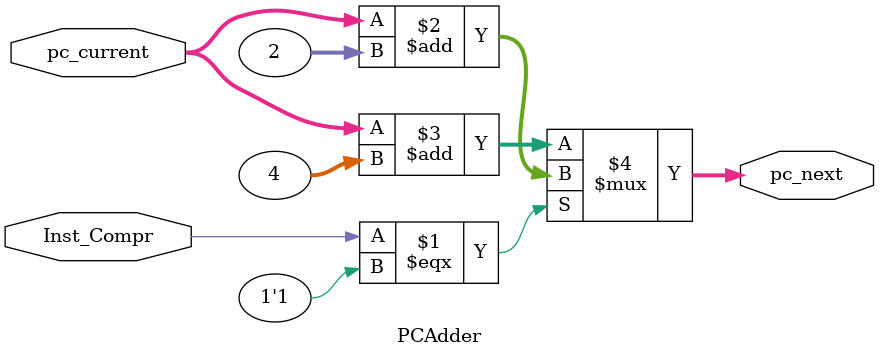
<source format=sv>
/************************************** Program Counter Adder ************************************/
/* Designed by Qamar Moavia
 Details =>
 This module takes the decision whether the instruction fetched is 32 bit valid instruction or 16 bit RV C type
 This adder adds 4 to current_pc/pc_in in case the instruction is 32 bit RV I type else 2
 This module is used in IF stage for calculating the next pc also in the MEM stage where pc + 4/2 is stored as return address
*/

module PCAdder(
    input wire  [31:0]   pc_current,
    input wire           Inst_Compr,
    output wire [31:0]   pc_next
);

    assign pc_next = Inst_Compr === 1'b1 ? pc_current + 2 : pc_current + 4; 

endmodule

/*********************************** Program Counter Adder Ends **********************************/
</source>
